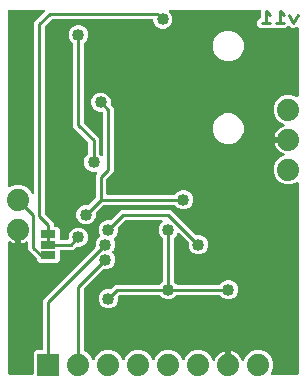
<source format=gbr>
G04 EAGLE Gerber RS-274X export*
G75*
%MOMM*%
%FSLAX34Y34*%
%LPD*%
%INBottom Copper*%
%IPPOS*%
%AMOC8*
5,1,8,0,0,1.08239X$1,22.5*%
G01*
%ADD10C,0.228600*%
%ADD11R,1.270000X0.635000*%
%ADD12R,1.879600X1.879600*%
%ADD13C,1.879600*%
%ADD14C,1.016000*%
%ADD15C,0.254000*%

G36*
X24502Y-8620D02*
X24502Y-8620D01*
X24621Y-8613D01*
X24659Y-8600D01*
X24700Y-8595D01*
X24810Y-8552D01*
X24923Y-8515D01*
X24958Y-8493D01*
X24995Y-8478D01*
X25091Y-8409D01*
X25192Y-8345D01*
X25220Y-8315D01*
X25253Y-8292D01*
X25329Y-8200D01*
X25410Y-8113D01*
X25430Y-8078D01*
X25455Y-8047D01*
X25506Y-7939D01*
X25564Y-7835D01*
X25574Y-7795D01*
X25591Y-7759D01*
X25613Y-7642D01*
X25643Y-7527D01*
X25647Y-7467D01*
X25651Y-7447D01*
X25649Y-7426D01*
X25653Y-7366D01*
X25653Y10661D01*
X27439Y12447D01*
X32512Y12447D01*
X32630Y12462D01*
X32749Y12469D01*
X32787Y12482D01*
X32828Y12487D01*
X32938Y12530D01*
X33051Y12567D01*
X33086Y12589D01*
X33123Y12604D01*
X33219Y12673D01*
X33320Y12737D01*
X33348Y12767D01*
X33381Y12790D01*
X33456Y12882D01*
X33538Y12969D01*
X33558Y13004D01*
X33583Y13035D01*
X33634Y13143D01*
X33692Y13247D01*
X33702Y13287D01*
X33719Y13323D01*
X33741Y13440D01*
X33771Y13555D01*
X33775Y13615D01*
X33779Y13635D01*
X33777Y13656D01*
X33781Y13716D01*
X33781Y55129D01*
X36683Y58030D01*
X77860Y99207D01*
X77920Y99285D01*
X77988Y99357D01*
X78017Y99410D01*
X78054Y99458D01*
X78094Y99549D01*
X78142Y99636D01*
X78157Y99695D01*
X78181Y99750D01*
X78196Y99848D01*
X78221Y99944D01*
X78227Y100044D01*
X78231Y100064D01*
X78229Y100077D01*
X78231Y100105D01*
X78231Y103217D01*
X79469Y106205D01*
X81688Y108423D01*
X81706Y108447D01*
X81728Y108466D01*
X81803Y108572D01*
X81883Y108675D01*
X81894Y108702D01*
X81911Y108726D01*
X81957Y108847D01*
X82009Y108967D01*
X82014Y108996D01*
X82024Y109023D01*
X82038Y109152D01*
X82059Y109281D01*
X82056Y109310D01*
X82059Y109339D01*
X82041Y109468D01*
X82029Y109597D01*
X82019Y109625D01*
X82015Y109654D01*
X81963Y109807D01*
X80771Y112683D01*
X80771Y115917D01*
X82009Y118905D01*
X84295Y121191D01*
X87283Y122429D01*
X90395Y122429D01*
X90494Y122441D01*
X90593Y122444D01*
X90651Y122461D01*
X90711Y122469D01*
X90803Y122505D01*
X90898Y122533D01*
X90950Y122563D01*
X91007Y122586D01*
X91087Y122644D01*
X91172Y122694D01*
X91247Y122760D01*
X91264Y122772D01*
X91272Y122782D01*
X91293Y122800D01*
X99811Y131319D01*
X141489Y131319D01*
X162707Y110100D01*
X162785Y110040D01*
X162858Y109972D01*
X162911Y109943D01*
X162958Y109906D01*
X163049Y109866D01*
X163136Y109818D01*
X163195Y109803D01*
X163250Y109779D01*
X163348Y109764D01*
X163444Y109739D01*
X163544Y109733D01*
X163564Y109729D01*
X163577Y109731D01*
X163605Y109729D01*
X166717Y109729D01*
X169705Y108491D01*
X171991Y106205D01*
X173229Y103217D01*
X173229Y99983D01*
X171991Y96995D01*
X169705Y94709D01*
X166717Y93471D01*
X163483Y93471D01*
X160495Y94709D01*
X158209Y96995D01*
X156971Y99983D01*
X156971Y103095D01*
X156959Y103194D01*
X156956Y103293D01*
X156939Y103351D01*
X156931Y103411D01*
X156895Y103503D01*
X156867Y103598D01*
X156837Y103650D01*
X156814Y103707D01*
X156756Y103787D01*
X156706Y103872D01*
X156640Y103947D01*
X156628Y103964D01*
X156618Y103972D01*
X156600Y103993D01*
X149196Y111397D01*
X149156Y111427D01*
X149123Y111464D01*
X149031Y111524D01*
X148944Y111592D01*
X148899Y111612D01*
X148857Y111639D01*
X148753Y111674D01*
X148652Y111718D01*
X148603Y111726D01*
X148556Y111742D01*
X148447Y111751D01*
X148338Y111768D01*
X148289Y111763D01*
X148239Y111767D01*
X148131Y111748D01*
X148022Y111738D01*
X147975Y111721D01*
X147926Y111713D01*
X147826Y111668D01*
X147722Y111631D01*
X147681Y111603D01*
X147636Y111582D01*
X147550Y111514D01*
X147459Y111452D01*
X147426Y111415D01*
X147388Y111384D01*
X147321Y111296D01*
X147249Y111214D01*
X147226Y111169D01*
X147196Y111130D01*
X147125Y110985D01*
X146591Y109695D01*
X144390Y107495D01*
X144330Y107416D01*
X144262Y107344D01*
X144233Y107291D01*
X144196Y107243D01*
X144156Y107152D01*
X144108Y107066D01*
X144093Y107007D01*
X144069Y106952D01*
X144054Y106854D01*
X144029Y106758D01*
X144023Y106658D01*
X144019Y106637D01*
X144021Y106625D01*
X144019Y106597D01*
X144019Y71203D01*
X144031Y71105D01*
X144034Y71006D01*
X144051Y70947D01*
X144059Y70887D01*
X144095Y70795D01*
X144123Y70700D01*
X144153Y70648D01*
X144176Y70592D01*
X144234Y70512D01*
X144284Y70426D01*
X144350Y70351D01*
X144362Y70334D01*
X144372Y70326D01*
X144390Y70305D01*
X146505Y68190D01*
X146584Y68130D01*
X146656Y68062D01*
X146709Y68033D01*
X146757Y67996D01*
X146848Y67956D01*
X146934Y67908D01*
X146993Y67893D01*
X147048Y67869D01*
X147146Y67854D01*
X147242Y67829D01*
X147342Y67823D01*
X147363Y67819D01*
X147375Y67821D01*
X147403Y67819D01*
X182797Y67819D01*
X182895Y67831D01*
X182994Y67834D01*
X183053Y67851D01*
X183113Y67859D01*
X183205Y67895D01*
X183300Y67923D01*
X183352Y67953D01*
X183408Y67976D01*
X183489Y68034D01*
X183574Y68084D01*
X183649Y68150D01*
X183666Y68162D01*
X183674Y68172D01*
X183695Y68190D01*
X185895Y70391D01*
X188883Y71629D01*
X192117Y71629D01*
X195105Y70391D01*
X197391Y68105D01*
X198629Y65117D01*
X198629Y61883D01*
X197391Y58895D01*
X195105Y56609D01*
X192117Y55371D01*
X188883Y55371D01*
X185895Y56609D01*
X183695Y58810D01*
X183616Y58870D01*
X183544Y58938D01*
X183491Y58967D01*
X183443Y59004D01*
X183352Y59044D01*
X183266Y59092D01*
X183207Y59107D01*
X183152Y59131D01*
X183054Y59146D01*
X182958Y59171D01*
X182858Y59177D01*
X182838Y59181D01*
X182825Y59179D01*
X182797Y59181D01*
X147403Y59181D01*
X147305Y59169D01*
X147206Y59166D01*
X147147Y59149D01*
X147087Y59141D01*
X146995Y59105D01*
X146900Y59077D01*
X146848Y59047D01*
X146792Y59024D01*
X146712Y58966D01*
X146626Y58916D01*
X146551Y58850D01*
X146534Y58838D01*
X146526Y58828D01*
X146505Y58810D01*
X144305Y56609D01*
X141317Y55371D01*
X138083Y55371D01*
X135095Y56609D01*
X132895Y58810D01*
X132816Y58870D01*
X132744Y58938D01*
X132691Y58967D01*
X132643Y59004D01*
X132552Y59044D01*
X132466Y59092D01*
X132407Y59107D01*
X132352Y59131D01*
X132254Y59146D01*
X132158Y59171D01*
X132058Y59177D01*
X132037Y59181D01*
X132025Y59179D01*
X131997Y59181D01*
X98685Y59181D01*
X98586Y59169D01*
X98487Y59166D01*
X98429Y59149D01*
X98369Y59141D01*
X98277Y59105D01*
X98182Y59077D01*
X98130Y59047D01*
X98073Y59024D01*
X97993Y58966D01*
X97908Y58916D01*
X97833Y58850D01*
X97816Y58838D01*
X97808Y58828D01*
X97787Y58810D01*
X97400Y58423D01*
X97340Y58345D01*
X97272Y58272D01*
X97243Y58219D01*
X97206Y58172D01*
X97166Y58081D01*
X97118Y57994D01*
X97103Y57935D01*
X97079Y57880D01*
X97064Y57782D01*
X97039Y57686D01*
X97033Y57586D01*
X97029Y57566D01*
X97031Y57553D01*
X97029Y57525D01*
X97029Y54413D01*
X95791Y51425D01*
X93505Y49139D01*
X90517Y47901D01*
X87283Y47901D01*
X84295Y49139D01*
X82009Y51425D01*
X80771Y54413D01*
X80771Y57647D01*
X82009Y60635D01*
X84295Y62921D01*
X87283Y64159D01*
X90395Y64159D01*
X90494Y64171D01*
X90593Y64174D01*
X90651Y64191D01*
X90711Y64199D01*
X90803Y64235D01*
X90898Y64263D01*
X90950Y64293D01*
X91007Y64316D01*
X91087Y64374D01*
X91172Y64424D01*
X91247Y64490D01*
X91264Y64502D01*
X91272Y64512D01*
X91293Y64530D01*
X94581Y67819D01*
X131997Y67819D01*
X132095Y67831D01*
X132194Y67834D01*
X132253Y67851D01*
X132313Y67859D01*
X132405Y67895D01*
X132500Y67923D01*
X132552Y67953D01*
X132608Y67976D01*
X132688Y68034D01*
X132774Y68084D01*
X132849Y68150D01*
X132866Y68162D01*
X132874Y68172D01*
X132895Y68190D01*
X135010Y70305D01*
X135070Y70384D01*
X135138Y70456D01*
X135167Y70509D01*
X135204Y70557D01*
X135244Y70648D01*
X135292Y70734D01*
X135307Y70793D01*
X135331Y70848D01*
X135346Y70946D01*
X135371Y71042D01*
X135377Y71142D01*
X135381Y71163D01*
X135379Y71175D01*
X135381Y71203D01*
X135381Y106597D01*
X135369Y106695D01*
X135366Y106794D01*
X135349Y106853D01*
X135341Y106913D01*
X135305Y107005D01*
X135277Y107100D01*
X135247Y107152D01*
X135224Y107208D01*
X135166Y107288D01*
X135116Y107374D01*
X135050Y107449D01*
X135038Y107466D01*
X135028Y107474D01*
X135010Y107495D01*
X132809Y109695D01*
X131571Y112683D01*
X131571Y115917D01*
X132809Y118905D01*
X134419Y120515D01*
X134504Y120624D01*
X134593Y120731D01*
X134601Y120750D01*
X134614Y120766D01*
X134669Y120894D01*
X134728Y121019D01*
X134732Y121039D01*
X134740Y121058D01*
X134762Y121196D01*
X134788Y121332D01*
X134787Y121352D01*
X134790Y121372D01*
X134777Y121511D01*
X134768Y121649D01*
X134762Y121668D01*
X134760Y121688D01*
X134713Y121820D01*
X134670Y121951D01*
X134659Y121969D01*
X134652Y121988D01*
X134574Y122103D01*
X134500Y122220D01*
X134485Y122234D01*
X134474Y122251D01*
X134370Y122343D01*
X134268Y122438D01*
X134251Y122448D01*
X134235Y122461D01*
X134111Y122525D01*
X133990Y122592D01*
X133970Y122597D01*
X133952Y122606D01*
X133816Y122636D01*
X133682Y122671D01*
X133654Y122673D01*
X133642Y122676D01*
X133621Y122675D01*
X133521Y122681D01*
X103915Y122681D01*
X103816Y122669D01*
X103717Y122666D01*
X103659Y122649D01*
X103599Y122641D01*
X103507Y122605D01*
X103412Y122577D01*
X103360Y122547D01*
X103303Y122524D01*
X103223Y122466D01*
X103138Y122416D01*
X103063Y122350D01*
X103046Y122338D01*
X103038Y122328D01*
X103017Y122310D01*
X97400Y116693D01*
X97340Y116615D01*
X97272Y116542D01*
X97243Y116489D01*
X97206Y116442D01*
X97166Y116351D01*
X97118Y116264D01*
X97103Y116205D01*
X97079Y116150D01*
X97064Y116052D01*
X97039Y115956D01*
X97033Y115856D01*
X97029Y115836D01*
X97031Y115823D01*
X97029Y115795D01*
X97029Y112683D01*
X95791Y109695D01*
X93572Y107477D01*
X93554Y107453D01*
X93532Y107434D01*
X93457Y107328D01*
X93377Y107225D01*
X93366Y107198D01*
X93349Y107174D01*
X93303Y107053D01*
X93251Y106933D01*
X93246Y106904D01*
X93236Y106877D01*
X93222Y106748D01*
X93201Y106619D01*
X93204Y106590D01*
X93201Y106561D01*
X93219Y106432D01*
X93231Y106303D01*
X93241Y106275D01*
X93245Y106246D01*
X93297Y106093D01*
X94489Y103217D01*
X94489Y99983D01*
X93251Y96995D01*
X92403Y96147D01*
X92330Y96053D01*
X92252Y95964D01*
X92233Y95928D01*
X92208Y95896D01*
X92161Y95787D01*
X92107Y95681D01*
X92098Y95642D01*
X92082Y95604D01*
X92063Y95487D01*
X92037Y95371D01*
X92038Y95330D01*
X92032Y95290D01*
X92043Y95172D01*
X92047Y95053D01*
X92058Y95014D01*
X92062Y94974D01*
X92102Y94862D01*
X92135Y94747D01*
X92156Y94712D01*
X92170Y94674D01*
X92236Y94576D01*
X92297Y94473D01*
X92337Y94428D01*
X92348Y94411D01*
X92363Y94398D01*
X92403Y94352D01*
X93251Y93505D01*
X94489Y90517D01*
X94489Y87283D01*
X93251Y84295D01*
X90965Y82009D01*
X87977Y80771D01*
X84865Y80771D01*
X84766Y80759D01*
X84667Y80756D01*
X84609Y80739D01*
X84549Y80731D01*
X84457Y80695D01*
X84362Y80667D01*
X84310Y80637D01*
X84253Y80614D01*
X84173Y80556D01*
X84088Y80506D01*
X84013Y80440D01*
X83996Y80428D01*
X83988Y80418D01*
X83967Y80400D01*
X68190Y64623D01*
X68130Y64545D01*
X68062Y64472D01*
X68033Y64419D01*
X67996Y64372D01*
X67956Y64281D01*
X67908Y64194D01*
X67893Y64135D01*
X67869Y64080D01*
X67854Y63982D01*
X67829Y63886D01*
X67824Y63806D01*
X67821Y63793D01*
X67822Y63782D01*
X67819Y63766D01*
X67821Y63753D01*
X67819Y63725D01*
X67819Y12531D01*
X67822Y12502D01*
X67820Y12473D01*
X67842Y12345D01*
X67859Y12216D01*
X67869Y12189D01*
X67874Y12159D01*
X67928Y12041D01*
X67976Y11920D01*
X67993Y11896D01*
X68005Y11869D01*
X68086Y11768D01*
X68162Y11663D01*
X68185Y11644D01*
X68204Y11621D01*
X68307Y11543D01*
X68407Y11460D01*
X68434Y11447D01*
X68458Y11430D01*
X68602Y11359D01*
X70550Y10552D01*
X74052Y7050D01*
X75027Y4695D01*
X75096Y4575D01*
X75161Y4452D01*
X75175Y4437D01*
X75185Y4419D01*
X75282Y4319D01*
X75375Y4216D01*
X75392Y4205D01*
X75406Y4191D01*
X75524Y4118D01*
X75641Y4042D01*
X75660Y4035D01*
X75677Y4024D01*
X75810Y3984D01*
X75942Y3938D01*
X75962Y3937D01*
X75981Y3931D01*
X76120Y3924D01*
X76259Y3913D01*
X76279Y3917D01*
X76299Y3916D01*
X76435Y3944D01*
X76572Y3968D01*
X76591Y3976D01*
X76610Y3980D01*
X76735Y4041D01*
X76862Y4098D01*
X76878Y4111D01*
X76896Y4120D01*
X77002Y4210D01*
X77110Y4297D01*
X77123Y4313D01*
X77138Y4326D01*
X77218Y4440D01*
X77302Y4551D01*
X77314Y4576D01*
X77321Y4586D01*
X77328Y4605D01*
X77373Y4695D01*
X78348Y7050D01*
X81850Y10552D01*
X86424Y12447D01*
X91376Y12447D01*
X95950Y10552D01*
X99452Y7050D01*
X100427Y4695D01*
X100496Y4575D01*
X100561Y4452D01*
X100575Y4437D01*
X100585Y4419D01*
X100682Y4319D01*
X100775Y4216D01*
X100792Y4205D01*
X100806Y4191D01*
X100924Y4118D01*
X101041Y4042D01*
X101060Y4035D01*
X101077Y4024D01*
X101210Y3984D01*
X101342Y3938D01*
X101362Y3937D01*
X101381Y3931D01*
X101520Y3924D01*
X101659Y3913D01*
X101679Y3917D01*
X101699Y3916D01*
X101835Y3944D01*
X101972Y3968D01*
X101991Y3976D01*
X102010Y3980D01*
X102135Y4041D01*
X102262Y4098D01*
X102278Y4111D01*
X102296Y4120D01*
X102402Y4210D01*
X102510Y4297D01*
X102523Y4313D01*
X102538Y4326D01*
X102618Y4440D01*
X102702Y4551D01*
X102714Y4576D01*
X102721Y4586D01*
X102728Y4605D01*
X102773Y4695D01*
X103748Y7050D01*
X107250Y10552D01*
X111824Y12447D01*
X116776Y12447D01*
X121350Y10552D01*
X124852Y7050D01*
X125827Y4695D01*
X125896Y4575D01*
X125961Y4452D01*
X125975Y4437D01*
X125985Y4419D01*
X126082Y4319D01*
X126175Y4216D01*
X126192Y4205D01*
X126206Y4191D01*
X126324Y4118D01*
X126441Y4042D01*
X126460Y4035D01*
X126477Y4024D01*
X126610Y3984D01*
X126742Y3938D01*
X126762Y3937D01*
X126781Y3931D01*
X126920Y3924D01*
X127059Y3913D01*
X127079Y3917D01*
X127099Y3916D01*
X127235Y3944D01*
X127372Y3968D01*
X127391Y3976D01*
X127410Y3980D01*
X127535Y4041D01*
X127662Y4098D01*
X127678Y4111D01*
X127696Y4120D01*
X127802Y4210D01*
X127910Y4297D01*
X127923Y4313D01*
X127938Y4326D01*
X128018Y4440D01*
X128102Y4551D01*
X128114Y4576D01*
X128121Y4586D01*
X128128Y4605D01*
X128173Y4695D01*
X129148Y7050D01*
X132650Y10552D01*
X137224Y12447D01*
X142176Y12447D01*
X146750Y10552D01*
X150252Y7050D01*
X151227Y4695D01*
X151296Y4575D01*
X151361Y4452D01*
X151375Y4437D01*
X151385Y4419D01*
X151482Y4319D01*
X151575Y4216D01*
X151592Y4205D01*
X151606Y4191D01*
X151724Y4118D01*
X151841Y4042D01*
X151860Y4035D01*
X151877Y4024D01*
X152010Y3984D01*
X152142Y3938D01*
X152162Y3937D01*
X152181Y3931D01*
X152320Y3924D01*
X152459Y3913D01*
X152479Y3917D01*
X152499Y3916D01*
X152635Y3944D01*
X152772Y3968D01*
X152791Y3976D01*
X152810Y3980D01*
X152935Y4041D01*
X153062Y4098D01*
X153078Y4111D01*
X153096Y4120D01*
X153202Y4210D01*
X153310Y4297D01*
X153323Y4313D01*
X153338Y4326D01*
X153418Y4440D01*
X153502Y4551D01*
X153514Y4576D01*
X153521Y4586D01*
X153528Y4605D01*
X153573Y4695D01*
X154548Y7050D01*
X158050Y10552D01*
X162624Y12447D01*
X167576Y12447D01*
X172150Y10552D01*
X175652Y7050D01*
X176905Y4025D01*
X176920Y3999D01*
X176929Y3970D01*
X176999Y3861D01*
X177063Y3748D01*
X177084Y3727D01*
X177100Y3702D01*
X177194Y3613D01*
X177284Y3520D01*
X177310Y3504D01*
X177331Y3484D01*
X177445Y3421D01*
X177555Y3354D01*
X177584Y3345D01*
X177610Y3331D01*
X177735Y3298D01*
X177859Y3260D01*
X177889Y3259D01*
X177918Y3251D01*
X178048Y3251D01*
X178177Y3245D01*
X178206Y3251D01*
X178236Y3251D01*
X178361Y3283D01*
X178488Y3309D01*
X178515Y3322D01*
X178544Y3330D01*
X178657Y3392D01*
X178774Y3449D01*
X178797Y3468D01*
X178823Y3483D01*
X178917Y3571D01*
X179016Y3655D01*
X179033Y3680D01*
X179055Y3700D01*
X179124Y3809D01*
X179199Y3915D01*
X179210Y3943D01*
X179226Y3969D01*
X179285Y4118D01*
X179436Y4583D01*
X180289Y6257D01*
X181394Y7778D01*
X182722Y9106D01*
X184243Y10211D01*
X185917Y11064D01*
X187704Y11645D01*
X187961Y11685D01*
X187961Y1270D01*
X187976Y1152D01*
X187983Y1033D01*
X187996Y995D01*
X188001Y955D01*
X188044Y844D01*
X188081Y731D01*
X188103Y697D01*
X188118Y659D01*
X188188Y563D01*
X188251Y462D01*
X188281Y434D01*
X188304Y402D01*
X188396Y326D01*
X188483Y244D01*
X188518Y225D01*
X188549Y199D01*
X188657Y148D01*
X188761Y91D01*
X188801Y80D01*
X188837Y63D01*
X188954Y41D01*
X189069Y11D01*
X189130Y7D01*
X189150Y3D01*
X189170Y5D01*
X189230Y1D01*
X191770Y1D01*
X191888Y16D01*
X192007Y23D01*
X192045Y36D01*
X192085Y41D01*
X192196Y85D01*
X192309Y121D01*
X192344Y143D01*
X192381Y158D01*
X192477Y228D01*
X192578Y291D01*
X192606Y321D01*
X192639Y345D01*
X192714Y436D01*
X192796Y523D01*
X192816Y558D01*
X192841Y590D01*
X192892Y697D01*
X192950Y802D01*
X192960Y841D01*
X192977Y877D01*
X192999Y994D01*
X193029Y1109D01*
X193033Y1170D01*
X193037Y1190D01*
X193035Y1210D01*
X193039Y1270D01*
X193039Y11685D01*
X193296Y11645D01*
X195083Y11064D01*
X196757Y10211D01*
X198278Y9106D01*
X199606Y7778D01*
X200711Y6257D01*
X201564Y4583D01*
X201715Y4118D01*
X201728Y4091D01*
X201735Y4062D01*
X201795Y3948D01*
X201850Y3830D01*
X201869Y3807D01*
X201883Y3781D01*
X201970Y3685D01*
X202053Y3585D01*
X202077Y3568D01*
X202097Y3546D01*
X202206Y3474D01*
X202310Y3398D01*
X202338Y3387D01*
X202363Y3371D01*
X202486Y3329D01*
X202606Y3281D01*
X202636Y3277D01*
X202664Y3268D01*
X202793Y3257D01*
X202921Y3241D01*
X202951Y3245D01*
X202981Y3242D01*
X203109Y3265D01*
X203237Y3281D01*
X203265Y3292D01*
X203294Y3297D01*
X203412Y3350D01*
X203533Y3398D01*
X203557Y3415D01*
X203584Y3427D01*
X203685Y3508D01*
X203790Y3584D01*
X203809Y3607D01*
X203833Y3626D01*
X203911Y3730D01*
X203993Y3829D01*
X204006Y3856D01*
X204024Y3880D01*
X204095Y4025D01*
X205348Y7050D01*
X208850Y10552D01*
X213424Y12447D01*
X218376Y12447D01*
X222950Y10552D01*
X226452Y7050D01*
X228347Y2476D01*
X228347Y-2476D01*
X226522Y-6880D01*
X226509Y-6928D01*
X226488Y-6973D01*
X226467Y-7081D01*
X226438Y-7187D01*
X226438Y-7237D01*
X226428Y-7286D01*
X226435Y-7395D01*
X226433Y-7505D01*
X226445Y-7553D01*
X226448Y-7603D01*
X226482Y-7707D01*
X226507Y-7814D01*
X226531Y-7858D01*
X226546Y-7905D01*
X226605Y-7998D01*
X226656Y-8095D01*
X226690Y-8132D01*
X226716Y-8174D01*
X226796Y-8249D01*
X226870Y-8331D01*
X226912Y-8358D01*
X226948Y-8392D01*
X227044Y-8445D01*
X227136Y-8505D01*
X227183Y-8522D01*
X227226Y-8546D01*
X227333Y-8573D01*
X227437Y-8609D01*
X227486Y-8613D01*
X227534Y-8625D01*
X227695Y-8635D01*
X248666Y-8635D01*
X248784Y-8620D01*
X248903Y-8613D01*
X248941Y-8600D01*
X248982Y-8595D01*
X249092Y-8552D01*
X249205Y-8515D01*
X249240Y-8493D01*
X249277Y-8478D01*
X249373Y-8409D01*
X249474Y-8345D01*
X249502Y-8315D01*
X249535Y-8292D01*
X249611Y-8200D01*
X249692Y-8113D01*
X249712Y-8078D01*
X249737Y-8047D01*
X249788Y-7939D01*
X249846Y-7835D01*
X249856Y-7795D01*
X249873Y-7759D01*
X249895Y-7642D01*
X249925Y-7527D01*
X249929Y-7467D01*
X249933Y-7447D01*
X249931Y-7426D01*
X249935Y-7366D01*
X249935Y153305D01*
X249929Y153354D01*
X249931Y153404D01*
X249909Y153511D01*
X249895Y153621D01*
X249877Y153667D01*
X249867Y153715D01*
X249819Y153814D01*
X249778Y153916D01*
X249749Y153956D01*
X249727Y154001D01*
X249656Y154085D01*
X249592Y154174D01*
X249553Y154205D01*
X249521Y154243D01*
X249431Y154306D01*
X249347Y154376D01*
X249302Y154398D01*
X249261Y154426D01*
X249158Y154465D01*
X249059Y154512D01*
X249010Y154521D01*
X248964Y154539D01*
X248854Y154551D01*
X248747Y154572D01*
X248697Y154569D01*
X248648Y154574D01*
X248539Y154559D01*
X248429Y154552D01*
X248382Y154537D01*
X248333Y154530D01*
X248180Y154478D01*
X243776Y152653D01*
X238824Y152653D01*
X234250Y154548D01*
X230748Y158050D01*
X228853Y162624D01*
X228853Y167576D01*
X230748Y172150D01*
X234250Y175652D01*
X237275Y176905D01*
X237301Y176920D01*
X237330Y176929D01*
X237439Y176999D01*
X237552Y177063D01*
X237573Y177084D01*
X237598Y177099D01*
X237687Y177194D01*
X237780Y177284D01*
X237796Y177309D01*
X237816Y177331D01*
X237879Y177445D01*
X237946Y177555D01*
X237955Y177584D01*
X237969Y177610D01*
X238002Y177735D01*
X238040Y177859D01*
X238041Y177889D01*
X238049Y177918D01*
X238049Y178047D01*
X238055Y178177D01*
X238049Y178206D01*
X238049Y178236D01*
X238017Y178361D01*
X237991Y178488D01*
X237978Y178515D01*
X237970Y178544D01*
X237908Y178657D01*
X237851Y178774D01*
X237832Y178797D01*
X237817Y178823D01*
X237729Y178917D01*
X237645Y179016D01*
X237620Y179033D01*
X237600Y179055D01*
X237491Y179124D01*
X237385Y179199D01*
X237357Y179210D01*
X237332Y179226D01*
X237182Y179285D01*
X236717Y179436D01*
X235043Y180289D01*
X233522Y181394D01*
X232194Y182722D01*
X231089Y184243D01*
X230236Y185917D01*
X229655Y187704D01*
X229615Y187961D01*
X240030Y187961D01*
X240148Y187976D01*
X240267Y187983D01*
X240305Y187996D01*
X240345Y188001D01*
X240456Y188044D01*
X240569Y188081D01*
X240603Y188103D01*
X240641Y188118D01*
X240737Y188188D01*
X240838Y188251D01*
X240866Y188281D01*
X240898Y188304D01*
X240974Y188396D01*
X241056Y188483D01*
X241075Y188518D01*
X241101Y188549D01*
X241152Y188657D01*
X241209Y188761D01*
X241220Y188801D01*
X241237Y188837D01*
X241259Y188954D01*
X241289Y189069D01*
X241293Y189130D01*
X241297Y189150D01*
X241295Y189170D01*
X241299Y189230D01*
X241299Y191770D01*
X241284Y191888D01*
X241277Y192007D01*
X241264Y192045D01*
X241259Y192085D01*
X241215Y192196D01*
X241179Y192309D01*
X241157Y192344D01*
X241142Y192381D01*
X241072Y192477D01*
X241009Y192578D01*
X240979Y192606D01*
X240955Y192639D01*
X240864Y192714D01*
X240777Y192796D01*
X240742Y192816D01*
X240710Y192841D01*
X240603Y192892D01*
X240498Y192950D01*
X240459Y192960D01*
X240423Y192977D01*
X240306Y192999D01*
X240191Y193029D01*
X240130Y193033D01*
X240110Y193037D01*
X240090Y193035D01*
X240030Y193039D01*
X229615Y193039D01*
X229655Y193296D01*
X230236Y195083D01*
X231089Y196757D01*
X232194Y198278D01*
X233522Y199606D01*
X235043Y200711D01*
X236717Y201564D01*
X237182Y201715D01*
X237209Y201728D01*
X237238Y201735D01*
X237352Y201795D01*
X237470Y201850D01*
X237493Y201869D01*
X237519Y201883D01*
X237615Y201970D01*
X237715Y202053D01*
X237732Y202077D01*
X237754Y202097D01*
X237826Y202206D01*
X237902Y202310D01*
X237913Y202338D01*
X237929Y202363D01*
X237971Y202486D01*
X238019Y202606D01*
X238023Y202636D01*
X238032Y202664D01*
X238043Y202793D01*
X238059Y202921D01*
X238055Y202951D01*
X238058Y202981D01*
X238035Y203109D01*
X238019Y203237D01*
X238008Y203265D01*
X238003Y203294D01*
X237950Y203412D01*
X237902Y203533D01*
X237885Y203557D01*
X237873Y203584D01*
X237792Y203685D01*
X237716Y203790D01*
X237693Y203809D01*
X237674Y203833D01*
X237570Y203911D01*
X237471Y203993D01*
X237444Y204006D01*
X237420Y204024D01*
X237275Y204095D01*
X234250Y205348D01*
X230748Y208850D01*
X228853Y213424D01*
X228853Y218376D01*
X230748Y222950D01*
X234250Y226452D01*
X238824Y228347D01*
X243776Y228347D01*
X248180Y226522D01*
X248228Y226509D01*
X248273Y226488D01*
X248381Y226467D01*
X248487Y226438D01*
X248537Y226438D01*
X248586Y226428D01*
X248695Y226435D01*
X248805Y226433D01*
X248853Y226445D01*
X248903Y226448D01*
X249007Y226482D01*
X249114Y226507D01*
X249158Y226531D01*
X249205Y226546D01*
X249298Y226605D01*
X249395Y226656D01*
X249432Y226690D01*
X249474Y226716D01*
X249549Y226796D01*
X249631Y226870D01*
X249658Y226912D01*
X249692Y226948D01*
X249745Y227044D01*
X249805Y227136D01*
X249822Y227183D01*
X249846Y227226D01*
X249873Y227333D01*
X249909Y227437D01*
X249913Y227486D01*
X249925Y227534D01*
X249935Y227695D01*
X249935Y284708D01*
X249935Y284712D01*
X249935Y284717D01*
X249915Y284871D01*
X249895Y285023D01*
X249894Y285027D01*
X249893Y285032D01*
X249835Y285175D01*
X249778Y285319D01*
X249776Y285323D01*
X249774Y285327D01*
X249682Y285452D01*
X249592Y285576D01*
X249588Y285579D01*
X249585Y285583D01*
X249466Y285680D01*
X249347Y285779D01*
X249342Y285781D01*
X249339Y285784D01*
X249198Y285849D01*
X249059Y285915D01*
X249054Y285915D01*
X249050Y285917D01*
X248899Y285945D01*
X248747Y285974D01*
X248742Y285974D01*
X248738Y285975D01*
X248582Y285964D01*
X248429Y285955D01*
X248425Y285953D01*
X248420Y285953D01*
X248265Y285912D01*
X247267Y285579D01*
X247258Y285575D01*
X247249Y285573D01*
X247100Y285510D01*
X245881Y284900D01*
X245809Y284914D01*
X245662Y284943D01*
X245653Y284942D01*
X245644Y284944D01*
X245496Y284934D01*
X245345Y284925D01*
X245336Y284922D01*
X245327Y284922D01*
X245258Y284904D01*
X244045Y285510D01*
X244036Y285513D01*
X244028Y285519D01*
X243879Y285579D01*
X242585Y286010D01*
X242545Y286069D01*
X242461Y286195D01*
X242454Y286201D01*
X242449Y286208D01*
X242336Y286306D01*
X242224Y286407D01*
X242216Y286411D01*
X242209Y286417D01*
X242070Y286498D01*
X241739Y286663D01*
X241668Y286688D01*
X241602Y286722D01*
X241519Y286741D01*
X241439Y286769D01*
X241365Y286775D01*
X241292Y286792D01*
X241207Y286789D01*
X241122Y286796D01*
X241049Y286784D01*
X240974Y286782D01*
X240892Y286758D01*
X240808Y286744D01*
X240740Y286714D01*
X240668Y286694D01*
X240595Y286650D01*
X240517Y286616D01*
X240459Y286570D01*
X240395Y286532D01*
X240274Y286426D01*
X239089Y285241D01*
X228532Y285241D01*
X228463Y285277D01*
X228423Y285285D01*
X228386Y285301D01*
X228269Y285320D01*
X228152Y285346D01*
X228112Y285345D01*
X228072Y285351D01*
X227954Y285340D01*
X227835Y285337D01*
X227796Y285325D01*
X227756Y285322D01*
X227643Y285281D01*
X227529Y285248D01*
X227517Y285241D01*
X216974Y285241D01*
X214519Y287697D01*
X214519Y291169D01*
X217010Y293661D01*
X217039Y293665D01*
X217150Y293708D01*
X217263Y293745D01*
X217297Y293767D01*
X217335Y293782D01*
X217431Y293851D01*
X217532Y293915D01*
X217560Y293945D01*
X217592Y293968D01*
X217668Y294060D01*
X217750Y294147D01*
X217769Y294182D01*
X217795Y294213D01*
X217846Y294321D01*
X217903Y294425D01*
X217913Y294465D01*
X217931Y294501D01*
X217953Y294618D01*
X217983Y294733D01*
X217987Y294793D01*
X217990Y294813D01*
X217989Y294834D01*
X217993Y294894D01*
X217993Y299466D01*
X217978Y299584D01*
X217971Y299703D01*
X217958Y299741D01*
X217953Y299782D01*
X217909Y299892D01*
X217873Y300005D01*
X217851Y300040D01*
X217836Y300077D01*
X217766Y300173D01*
X217703Y300274D01*
X217673Y300302D01*
X217649Y300335D01*
X217558Y300411D01*
X217471Y300492D01*
X217436Y300512D01*
X217404Y300537D01*
X217297Y300588D01*
X217192Y300646D01*
X217153Y300656D01*
X217117Y300673D01*
X217000Y300695D01*
X216884Y300725D01*
X216824Y300729D01*
X216804Y300733D01*
X216784Y300731D01*
X216724Y300735D01*
X141345Y300735D01*
X141207Y300718D01*
X141068Y300705D01*
X141049Y300698D01*
X141029Y300695D01*
X140900Y300644D01*
X140769Y300597D01*
X140752Y300586D01*
X140734Y300578D01*
X140621Y300497D01*
X140506Y300419D01*
X140493Y300403D01*
X140476Y300392D01*
X140387Y300284D01*
X140295Y300180D01*
X140286Y300162D01*
X140273Y300147D01*
X140214Y300021D01*
X140151Y299897D01*
X140146Y299877D01*
X140138Y299859D01*
X140112Y299722D01*
X140081Y299587D01*
X140082Y299566D01*
X140078Y299547D01*
X140087Y299408D01*
X140091Y299269D01*
X140097Y299249D01*
X140098Y299229D01*
X140141Y299097D01*
X140179Y298963D01*
X140190Y298946D01*
X140196Y298927D01*
X140270Y298809D01*
X140341Y298689D01*
X140359Y298668D01*
X140366Y298658D01*
X140381Y298644D01*
X140447Y298569D01*
X141911Y297105D01*
X143149Y294117D01*
X143149Y290883D01*
X141911Y287895D01*
X139625Y285609D01*
X136637Y284371D01*
X133403Y284371D01*
X130415Y285609D01*
X128129Y287895D01*
X126891Y290883D01*
X126891Y291592D01*
X126876Y291710D01*
X126869Y291829D01*
X126856Y291867D01*
X126851Y291908D01*
X126808Y292018D01*
X126771Y292131D01*
X126749Y292166D01*
X126734Y292203D01*
X126665Y292299D01*
X126601Y292400D01*
X126571Y292428D01*
X126548Y292461D01*
X126456Y292537D01*
X126369Y292618D01*
X126334Y292638D01*
X126303Y292663D01*
X126195Y292714D01*
X126091Y292772D01*
X126051Y292782D01*
X126015Y292799D01*
X125898Y292821D01*
X125783Y292851D01*
X125723Y292855D01*
X125703Y292859D01*
X125682Y292857D01*
X125622Y292861D01*
X41685Y292861D01*
X41586Y292849D01*
X41487Y292846D01*
X41429Y292829D01*
X41369Y292821D01*
X41277Y292785D01*
X41182Y292757D01*
X41130Y292727D01*
X41073Y292704D01*
X40993Y292646D01*
X40908Y292596D01*
X40833Y292530D01*
X40816Y292518D01*
X40808Y292508D01*
X40787Y292490D01*
X35170Y286873D01*
X35110Y286795D01*
X35042Y286722D01*
X35013Y286669D01*
X34976Y286622D01*
X34936Y286531D01*
X34888Y286444D01*
X34873Y286385D01*
X34849Y286330D01*
X34834Y286232D01*
X34809Y286136D01*
X34803Y286036D01*
X34799Y286016D01*
X34801Y286003D01*
X34799Y285975D01*
X34799Y128045D01*
X34811Y127946D01*
X34814Y127847D01*
X34831Y127789D01*
X34839Y127729D01*
X34875Y127637D01*
X34903Y127542D01*
X34933Y127490D01*
X34956Y127433D01*
X35014Y127353D01*
X35064Y127268D01*
X35130Y127193D01*
X35142Y127176D01*
X35152Y127168D01*
X35170Y127147D01*
X42419Y119899D01*
X42419Y117983D01*
X42434Y117865D01*
X42441Y117746D01*
X42454Y117708D01*
X42459Y117667D01*
X42502Y117557D01*
X42539Y117444D01*
X42561Y117409D01*
X42576Y117372D01*
X42645Y117276D01*
X42709Y117175D01*
X42739Y117147D01*
X42762Y117114D01*
X42854Y117038D01*
X42941Y116957D01*
X42976Y116937D01*
X43007Y116912D01*
X43115Y116861D01*
X43219Y116803D01*
X43259Y116793D01*
X43295Y116776D01*
X43412Y116754D01*
X43527Y116724D01*
X43587Y116720D01*
X43607Y116716D01*
X43628Y116718D01*
X43688Y116714D01*
X45713Y116714D01*
X47499Y114928D01*
X47499Y107188D01*
X47514Y107070D01*
X47521Y106951D01*
X47534Y106913D01*
X47539Y106872D01*
X47582Y106762D01*
X47619Y106649D01*
X47641Y106614D01*
X47656Y106577D01*
X47725Y106481D01*
X47789Y106380D01*
X47819Y106352D01*
X47842Y106319D01*
X47934Y106243D01*
X48021Y106162D01*
X48056Y106142D01*
X48087Y106117D01*
X48195Y106066D01*
X48299Y106008D01*
X48339Y105998D01*
X48375Y105981D01*
X48492Y105959D01*
X48607Y105929D01*
X48667Y105925D01*
X48687Y105921D01*
X48708Y105923D01*
X48768Y105919D01*
X54102Y105919D01*
X54220Y105934D01*
X54339Y105941D01*
X54377Y105954D01*
X54418Y105959D01*
X54528Y106002D01*
X54641Y106039D01*
X54676Y106061D01*
X54713Y106076D01*
X54809Y106145D01*
X54910Y106209D01*
X54938Y106239D01*
X54971Y106262D01*
X55047Y106354D01*
X55128Y106441D01*
X55148Y106476D01*
X55173Y106507D01*
X55224Y106615D01*
X55282Y106719D01*
X55292Y106759D01*
X55309Y106795D01*
X55331Y106912D01*
X55361Y107027D01*
X55365Y107087D01*
X55369Y107107D01*
X55367Y107128D01*
X55371Y107188D01*
X55371Y109567D01*
X56609Y112555D01*
X58895Y114841D01*
X61883Y116079D01*
X65117Y116079D01*
X68105Y114841D01*
X70391Y112555D01*
X71629Y109567D01*
X71629Y106333D01*
X70391Y103345D01*
X68105Y101059D01*
X65117Y99821D01*
X62005Y99821D01*
X61906Y99809D01*
X61807Y99806D01*
X61749Y99789D01*
X61689Y99781D01*
X61597Y99745D01*
X61502Y99717D01*
X61450Y99687D01*
X61393Y99664D01*
X61313Y99606D01*
X61228Y99556D01*
X61153Y99490D01*
X61136Y99478D01*
X61128Y99468D01*
X61107Y99450D01*
X58939Y97281D01*
X48768Y97281D01*
X48650Y97266D01*
X48531Y97259D01*
X48493Y97246D01*
X48452Y97241D01*
X48342Y97198D01*
X48229Y97161D01*
X48194Y97139D01*
X48157Y97124D01*
X48061Y97055D01*
X47960Y96991D01*
X47932Y96961D01*
X47899Y96938D01*
X47823Y96846D01*
X47742Y96759D01*
X47722Y96724D01*
X47697Y96693D01*
X47646Y96585D01*
X47588Y96481D01*
X47578Y96441D01*
X47561Y96405D01*
X47539Y96288D01*
X47509Y96173D01*
X47505Y96113D01*
X47501Y96093D01*
X47503Y96072D01*
X47499Y96012D01*
X47499Y88272D01*
X45713Y86486D01*
X30487Y86486D01*
X28701Y88272D01*
X28701Y89125D01*
X28689Y89224D01*
X28686Y89323D01*
X28669Y89381D01*
X28661Y89441D01*
X28625Y89533D01*
X28597Y89628D01*
X28567Y89680D01*
X28544Y89737D01*
X28486Y89817D01*
X28436Y89902D01*
X28370Y89977D01*
X28358Y89994D01*
X28348Y90002D01*
X28330Y90023D01*
X21081Y97271D01*
X21081Y103141D01*
X21076Y103181D01*
X21079Y103221D01*
X21056Y103338D01*
X21041Y103457D01*
X21027Y103494D01*
X21019Y103533D01*
X20968Y103641D01*
X20924Y103752D01*
X20901Y103785D01*
X20884Y103821D01*
X20808Y103913D01*
X20738Y104010D01*
X20707Y104035D01*
X20681Y104066D01*
X20585Y104136D01*
X20493Y104213D01*
X20456Y104230D01*
X20424Y104253D01*
X20313Y104297D01*
X20205Y104348D01*
X20166Y104356D01*
X20129Y104370D01*
X20010Y104385D01*
X19893Y104408D01*
X19853Y104405D01*
X19813Y104410D01*
X19694Y104396D01*
X19575Y104388D01*
X19537Y104376D01*
X19498Y104371D01*
X19386Y104327D01*
X19273Y104290D01*
X19239Y104269D01*
X19202Y104254D01*
X19066Y104168D01*
X18957Y104089D01*
X17283Y103236D01*
X15496Y102655D01*
X15239Y102615D01*
X15239Y113030D01*
X15224Y113148D01*
X15217Y113267D01*
X15204Y113305D01*
X15199Y113345D01*
X15156Y113456D01*
X15119Y113569D01*
X15097Y113603D01*
X15082Y113641D01*
X15012Y113737D01*
X14949Y113838D01*
X14919Y113866D01*
X14895Y113898D01*
X14804Y113974D01*
X14717Y114056D01*
X14682Y114075D01*
X14651Y114101D01*
X14543Y114152D01*
X14439Y114209D01*
X14399Y114220D01*
X14363Y114237D01*
X14246Y114259D01*
X14131Y114289D01*
X14070Y114293D01*
X14050Y114297D01*
X14030Y114295D01*
X13970Y114299D01*
X11430Y114299D01*
X11312Y114284D01*
X11193Y114277D01*
X11155Y114264D01*
X11114Y114259D01*
X11004Y114215D01*
X10891Y114179D01*
X10856Y114157D01*
X10819Y114142D01*
X10723Y114072D01*
X10622Y114009D01*
X10594Y113979D01*
X10561Y113955D01*
X10486Y113864D01*
X10404Y113777D01*
X10384Y113742D01*
X10359Y113710D01*
X10308Y113603D01*
X10250Y113498D01*
X10240Y113459D01*
X10223Y113423D01*
X10201Y113306D01*
X10171Y113191D01*
X10167Y113130D01*
X10163Y113110D01*
X10165Y113090D01*
X10161Y113030D01*
X10161Y102615D01*
X9904Y102655D01*
X8117Y103236D01*
X6443Y104089D01*
X6080Y104353D01*
X6045Y104372D01*
X6015Y104397D01*
X5906Y104448D01*
X5801Y104506D01*
X5763Y104516D01*
X5727Y104533D01*
X5609Y104555D01*
X5493Y104585D01*
X5454Y104585D01*
X5414Y104592D01*
X5295Y104585D01*
X5175Y104585D01*
X5137Y104575D01*
X5097Y104573D01*
X4983Y104536D01*
X4867Y104506D01*
X4832Y104487D01*
X4795Y104475D01*
X4694Y104411D01*
X4589Y104353D01*
X4559Y104326D01*
X4526Y104305D01*
X4444Y104217D01*
X4357Y104135D01*
X4335Y104102D01*
X4308Y104073D01*
X4250Y103968D01*
X4186Y103867D01*
X4174Y103829D01*
X4154Y103794D01*
X4125Y103679D01*
X4087Y103565D01*
X4085Y103525D01*
X4075Y103486D01*
X4065Y103326D01*
X4065Y-7366D01*
X4080Y-7484D01*
X4087Y-7603D01*
X4100Y-7641D01*
X4105Y-7682D01*
X4148Y-7792D01*
X4185Y-7905D01*
X4207Y-7940D01*
X4222Y-7977D01*
X4291Y-8073D01*
X4355Y-8174D01*
X4385Y-8202D01*
X4408Y-8235D01*
X4500Y-8311D01*
X4587Y-8392D01*
X4622Y-8412D01*
X4653Y-8437D01*
X4761Y-8488D01*
X4865Y-8546D01*
X4905Y-8556D01*
X4941Y-8573D01*
X5058Y-8595D01*
X5173Y-8625D01*
X5233Y-8629D01*
X5253Y-8633D01*
X5274Y-8631D01*
X5334Y-8635D01*
X24384Y-8635D01*
X24502Y-8620D01*
G37*
G36*
X24901Y144846D02*
X24901Y144846D01*
X24991Y144842D01*
X25059Y144856D01*
X25129Y144860D01*
X25214Y144888D01*
X25302Y144906D01*
X25365Y144937D01*
X25431Y144959D01*
X25507Y145007D01*
X25588Y145046D01*
X25641Y145091D01*
X25700Y145129D01*
X25762Y145194D01*
X25830Y145252D01*
X25870Y145309D01*
X25918Y145360D01*
X25961Y145439D01*
X26013Y145512D01*
X26038Y145578D01*
X26072Y145639D01*
X26094Y145726D01*
X26126Y145810D01*
X26134Y145879D01*
X26151Y145947D01*
X26161Y146107D01*
X26161Y290079D01*
X34651Y298569D01*
X34736Y298678D01*
X34825Y298785D01*
X34833Y298804D01*
X34846Y298820D01*
X34901Y298948D01*
X34960Y299073D01*
X34964Y299093D01*
X34972Y299112D01*
X34994Y299250D01*
X35020Y299386D01*
X35019Y299406D01*
X35022Y299426D01*
X35009Y299565D01*
X35000Y299703D01*
X34994Y299722D01*
X34992Y299742D01*
X34945Y299874D01*
X34902Y300005D01*
X34892Y300023D01*
X34885Y300042D01*
X34807Y300157D01*
X34732Y300274D01*
X34717Y300288D01*
X34706Y300305D01*
X34602Y300397D01*
X34501Y300492D01*
X34483Y300502D01*
X34468Y300515D01*
X34344Y300579D01*
X34222Y300646D01*
X34202Y300651D01*
X34184Y300660D01*
X34049Y300690D01*
X33914Y300725D01*
X33886Y300727D01*
X33874Y300730D01*
X33854Y300729D01*
X33753Y300735D01*
X5334Y300735D01*
X5216Y300720D01*
X5097Y300713D01*
X5059Y300700D01*
X5018Y300695D01*
X4908Y300652D01*
X4795Y300615D01*
X4760Y300593D01*
X4723Y300578D01*
X4627Y300509D01*
X4526Y300445D01*
X4498Y300415D01*
X4465Y300392D01*
X4389Y300300D01*
X4308Y300213D01*
X4288Y300178D01*
X4263Y300147D01*
X4212Y300039D01*
X4154Y299935D01*
X4144Y299895D01*
X4127Y299859D01*
X4105Y299742D01*
X4075Y299627D01*
X4071Y299567D01*
X4067Y299547D01*
X4069Y299526D01*
X4065Y299466D01*
X4065Y151495D01*
X4071Y151446D01*
X4069Y151396D01*
X4091Y151289D01*
X4105Y151179D01*
X4123Y151133D01*
X4133Y151085D01*
X4181Y150986D01*
X4222Y150884D01*
X4251Y150844D01*
X4273Y150799D01*
X4344Y150715D01*
X4408Y150626D01*
X4447Y150595D01*
X4479Y150557D01*
X4569Y150494D01*
X4653Y150424D01*
X4698Y150402D01*
X4739Y150374D01*
X4842Y150335D01*
X4941Y150288D01*
X4990Y150279D01*
X5036Y150261D01*
X5146Y150249D01*
X5253Y150228D01*
X5303Y150231D01*
X5352Y150226D01*
X5461Y150241D01*
X5571Y150248D01*
X5618Y150263D01*
X5667Y150270D01*
X5820Y150322D01*
X10224Y152147D01*
X15176Y152147D01*
X19750Y150252D01*
X23252Y146751D01*
X23719Y145622D01*
X23754Y145561D01*
X23780Y145496D01*
X23832Y145424D01*
X23877Y145345D01*
X23925Y145295D01*
X23966Y145239D01*
X24036Y145182D01*
X24098Y145117D01*
X24158Y145081D01*
X24211Y145036D01*
X24293Y144998D01*
X24369Y144951D01*
X24436Y144930D01*
X24499Y144901D01*
X24587Y144884D01*
X24673Y144857D01*
X24743Y144854D01*
X24812Y144841D01*
X24901Y144846D01*
G37*
%LPC*%
G36*
X68233Y118871D02*
X68233Y118871D01*
X65245Y120109D01*
X62959Y122395D01*
X61721Y125383D01*
X61721Y128617D01*
X62959Y131605D01*
X65245Y133891D01*
X68233Y135129D01*
X71345Y135129D01*
X71444Y135141D01*
X71543Y135144D01*
X71601Y135161D01*
X71661Y135169D01*
X71753Y135205D01*
X71848Y135233D01*
X71900Y135263D01*
X71957Y135286D01*
X72037Y135344D01*
X72122Y135394D01*
X72197Y135460D01*
X72214Y135472D01*
X72222Y135482D01*
X72243Y135500D01*
X77860Y141117D01*
X77920Y141195D01*
X77988Y141268D01*
X78017Y141321D01*
X78054Y141368D01*
X78094Y141459D01*
X78142Y141546D01*
X78157Y141605D01*
X78181Y141660D01*
X78196Y141758D01*
X78221Y141854D01*
X78227Y141954D01*
X78231Y141974D01*
X78229Y141987D01*
X78231Y142015D01*
X78231Y160539D01*
X78997Y161305D01*
X79082Y161414D01*
X79171Y161521D01*
X79179Y161540D01*
X79192Y161556D01*
X79247Y161683D01*
X79306Y161809D01*
X79310Y161829D01*
X79318Y161848D01*
X79340Y161986D01*
X79366Y162122D01*
X79365Y162142D01*
X79368Y162162D01*
X79355Y162301D01*
X79346Y162439D01*
X79340Y162458D01*
X79338Y162478D01*
X79291Y162610D01*
X79248Y162741D01*
X79238Y162759D01*
X79231Y162778D01*
X79153Y162893D01*
X79078Y163010D01*
X79063Y163024D01*
X79052Y163041D01*
X78948Y163133D01*
X78847Y163228D01*
X78829Y163238D01*
X78814Y163251D01*
X78690Y163314D01*
X78568Y163382D01*
X78548Y163387D01*
X78530Y163396D01*
X78395Y163426D01*
X78260Y163461D01*
X78232Y163463D01*
X78220Y163466D01*
X78200Y163465D01*
X78099Y163471D01*
X74733Y163471D01*
X71745Y164709D01*
X69459Y166995D01*
X68221Y169983D01*
X68221Y173217D01*
X69459Y176205D01*
X71660Y178405D01*
X71720Y178484D01*
X71788Y178556D01*
X71817Y178609D01*
X71854Y178657D01*
X71894Y178748D01*
X71942Y178834D01*
X71957Y178893D01*
X71981Y178948D01*
X71996Y179046D01*
X72021Y179142D01*
X72027Y179242D01*
X72031Y179263D01*
X72029Y179275D01*
X72031Y179303D01*
X72031Y188035D01*
X72019Y188134D01*
X72016Y188233D01*
X71999Y188291D01*
X71991Y188351D01*
X71955Y188443D01*
X71927Y188538D01*
X71897Y188590D01*
X71874Y188647D01*
X71816Y188727D01*
X71766Y188812D01*
X71700Y188887D01*
X71688Y188904D01*
X71678Y188912D01*
X71660Y188933D01*
X59181Y201411D01*
X59181Y271697D01*
X59169Y271795D01*
X59166Y271894D01*
X59149Y271953D01*
X59141Y272013D01*
X59105Y272105D01*
X59077Y272200D01*
X59047Y272252D01*
X59024Y272308D01*
X58966Y272388D01*
X58916Y272474D01*
X58850Y272549D01*
X58838Y272566D01*
X58828Y272574D01*
X58810Y272595D01*
X56609Y274795D01*
X55371Y277783D01*
X55371Y281017D01*
X56609Y284005D01*
X58895Y286291D01*
X61883Y287529D01*
X65117Y287529D01*
X68105Y286291D01*
X70391Y284005D01*
X71629Y281017D01*
X71629Y277783D01*
X70391Y274795D01*
X68190Y272595D01*
X68130Y272516D01*
X68062Y272444D01*
X68033Y272391D01*
X67996Y272343D01*
X67956Y272252D01*
X67908Y272166D01*
X67893Y272107D01*
X67869Y272052D01*
X67854Y271954D01*
X67829Y271858D01*
X67823Y271758D01*
X67819Y271737D01*
X67821Y271725D01*
X67819Y271697D01*
X67819Y205515D01*
X67831Y205416D01*
X67834Y205317D01*
X67851Y205259D01*
X67859Y205199D01*
X67895Y205107D01*
X67923Y205012D01*
X67953Y204960D01*
X67976Y204903D01*
X68034Y204823D01*
X68084Y204738D01*
X68150Y204663D01*
X68162Y204646D01*
X68172Y204638D01*
X68190Y204617D01*
X80669Y192139D01*
X80669Y179303D01*
X80681Y179205D01*
X80684Y179106D01*
X80701Y179047D01*
X80709Y178987D01*
X80745Y178895D01*
X80773Y178800D01*
X80803Y178748D01*
X80826Y178692D01*
X80884Y178612D01*
X80934Y178526D01*
X81000Y178451D01*
X81012Y178434D01*
X81022Y178426D01*
X81040Y178405D01*
X82415Y177031D01*
X82499Y176966D01*
X82549Y176918D01*
X82575Y176904D01*
X82631Y176857D01*
X82650Y176849D01*
X82666Y176836D01*
X82793Y176781D01*
X82919Y176722D01*
X82939Y176718D01*
X82958Y176710D01*
X83096Y176688D01*
X83232Y176662D01*
X83252Y176663D01*
X83272Y176660D01*
X83411Y176673D01*
X83549Y176682D01*
X83568Y176688D01*
X83588Y176690D01*
X83720Y176737D01*
X83851Y176780D01*
X83869Y176791D01*
X83888Y176798D01*
X84003Y176876D01*
X84120Y176950D01*
X84134Y176965D01*
X84151Y176976D01*
X84243Y177080D01*
X84338Y177182D01*
X84348Y177199D01*
X84361Y177215D01*
X84425Y177339D01*
X84492Y177460D01*
X84497Y177480D01*
X84506Y177498D01*
X84517Y177548D01*
X84519Y177552D01*
X84524Y177581D01*
X84536Y177634D01*
X84571Y177768D01*
X84573Y177796D01*
X84576Y177808D01*
X84575Y177829D01*
X84576Y177852D01*
X84579Y177864D01*
X84578Y177876D01*
X84581Y177929D01*
X84581Y212852D01*
X84566Y212970D01*
X84559Y213089D01*
X84546Y213127D01*
X84541Y213168D01*
X84498Y213278D01*
X84461Y213391D01*
X84439Y213426D01*
X84424Y213463D01*
X84355Y213559D01*
X84291Y213660D01*
X84261Y213688D01*
X84238Y213721D01*
X84146Y213797D01*
X84059Y213878D01*
X84024Y213898D01*
X83993Y213923D01*
X83885Y213974D01*
X83781Y214032D01*
X83741Y214042D01*
X83705Y214059D01*
X83588Y214081D01*
X83473Y214111D01*
X83413Y214115D01*
X83393Y214119D01*
X83372Y214117D01*
X83312Y214121D01*
X80933Y214121D01*
X77945Y215359D01*
X75659Y217645D01*
X74421Y220633D01*
X74421Y223867D01*
X75659Y226855D01*
X77945Y229141D01*
X80933Y230379D01*
X84167Y230379D01*
X87155Y229141D01*
X89441Y226855D01*
X90679Y223867D01*
X90679Y220755D01*
X90691Y220656D01*
X90694Y220557D01*
X90711Y220499D01*
X90719Y220439D01*
X90755Y220347D01*
X90783Y220252D01*
X90813Y220200D01*
X90836Y220143D01*
X90894Y220063D01*
X90944Y219978D01*
X91010Y219903D01*
X91022Y219886D01*
X91032Y219878D01*
X91050Y219857D01*
X93219Y217689D01*
X93219Y163311D01*
X87240Y157333D01*
X87180Y157255D01*
X87112Y157182D01*
X87083Y157129D01*
X87046Y157082D01*
X87006Y156991D01*
X86958Y156904D01*
X86943Y156845D01*
X86919Y156790D01*
X86904Y156692D01*
X86879Y156596D01*
X86873Y156496D01*
X86869Y156476D01*
X86871Y156463D01*
X86869Y156435D01*
X86869Y145288D01*
X86884Y145170D01*
X86891Y145051D01*
X86904Y145013D01*
X86909Y144972D01*
X86952Y144862D01*
X86989Y144749D01*
X87011Y144714D01*
X87026Y144677D01*
X87095Y144581D01*
X87159Y144480D01*
X87189Y144452D01*
X87212Y144419D01*
X87304Y144343D01*
X87391Y144262D01*
X87426Y144242D01*
X87457Y144217D01*
X87565Y144166D01*
X87669Y144108D01*
X87709Y144098D01*
X87745Y144081D01*
X87862Y144059D01*
X87977Y144029D01*
X88037Y144025D01*
X88057Y144021D01*
X88078Y144023D01*
X88138Y144019D01*
X144697Y144019D01*
X144795Y144031D01*
X144894Y144034D01*
X144953Y144051D01*
X145013Y144059D01*
X145105Y144095D01*
X145200Y144123D01*
X145252Y144153D01*
X145308Y144176D01*
X145388Y144234D01*
X145474Y144284D01*
X145549Y144350D01*
X145566Y144362D01*
X145574Y144372D01*
X145595Y144390D01*
X147795Y146591D01*
X150783Y147829D01*
X154017Y147829D01*
X157005Y146591D01*
X159291Y144305D01*
X160529Y141317D01*
X160529Y138083D01*
X159291Y135095D01*
X157005Y132809D01*
X154017Y131571D01*
X150783Y131571D01*
X147795Y132809D01*
X145595Y135010D01*
X145516Y135070D01*
X145444Y135138D01*
X145391Y135167D01*
X145343Y135204D01*
X145252Y135244D01*
X145166Y135292D01*
X145107Y135307D01*
X145052Y135331D01*
X144954Y135346D01*
X144858Y135371D01*
X144758Y135377D01*
X144737Y135381D01*
X144725Y135379D01*
X144697Y135381D01*
X84865Y135381D01*
X84766Y135369D01*
X84667Y135366D01*
X84609Y135349D01*
X84549Y135341D01*
X84457Y135305D01*
X84362Y135277D01*
X84310Y135247D01*
X84253Y135224D01*
X84173Y135166D01*
X84088Y135116D01*
X84013Y135050D01*
X83996Y135038D01*
X83988Y135028D01*
X83967Y135010D01*
X78350Y129393D01*
X78290Y129315D01*
X78222Y129242D01*
X78193Y129189D01*
X78156Y129142D01*
X78116Y129051D01*
X78068Y128964D01*
X78053Y128905D01*
X78029Y128850D01*
X78014Y128752D01*
X77989Y128656D01*
X77983Y128556D01*
X77979Y128536D01*
X77981Y128523D01*
X77979Y128495D01*
X77979Y125383D01*
X76741Y122395D01*
X74455Y120109D01*
X71467Y118871D01*
X68233Y118871D01*
G37*
%LPD*%
%LPC*%
G36*
X187904Y256751D02*
X187904Y256751D01*
X183109Y258738D01*
X179438Y262409D01*
X177451Y267204D01*
X177451Y272396D01*
X179438Y277191D01*
X183109Y280862D01*
X187904Y282849D01*
X193096Y282849D01*
X197891Y280862D01*
X201562Y277191D01*
X203549Y272396D01*
X203549Y267204D01*
X201562Y262409D01*
X197891Y258738D01*
X193096Y256751D01*
X187904Y256751D01*
G37*
%LPD*%
%LPC*%
G36*
X187904Y186751D02*
X187904Y186751D01*
X183109Y188738D01*
X179438Y192409D01*
X177451Y197204D01*
X177451Y202396D01*
X179438Y207191D01*
X183109Y210862D01*
X187904Y212849D01*
X193096Y212849D01*
X197891Y210862D01*
X201562Y207191D01*
X203549Y202396D01*
X203549Y197204D01*
X201562Y192409D01*
X197891Y188738D01*
X193096Y186751D01*
X187904Y186751D01*
G37*
%LPD*%
D10*
X249047Y296382D02*
X245573Y289433D01*
X242098Y296382D01*
X237353Y296382D02*
X233879Y299856D01*
X233879Y289433D01*
X237353Y289433D02*
X230404Y289433D01*
X225659Y296382D02*
X222185Y299856D01*
X222185Y289433D01*
X225659Y289433D02*
X218710Y289433D01*
D11*
X38100Y110490D03*
X38100Y101600D03*
X38100Y92710D03*
D12*
X38100Y0D03*
D13*
X63500Y0D03*
X88900Y0D03*
X114300Y0D03*
X139700Y0D03*
X165100Y0D03*
X190500Y0D03*
X215900Y0D03*
X12700Y114300D03*
X12700Y139700D03*
X241300Y215900D03*
X241300Y190500D03*
X241300Y165100D03*
D14*
X182880Y76200D03*
X182880Y127000D03*
X50800Y133350D03*
X20320Y269240D03*
X46990Y222250D03*
X12700Y58420D03*
X88900Y56030D03*
X190500Y63500D03*
X139700Y114300D03*
D15*
X139700Y63500D01*
D14*
X82550Y222250D03*
X69850Y127000D03*
X152400Y139700D03*
D15*
X82550Y139700D02*
X69850Y127000D01*
X82550Y139700D02*
X82550Y158750D01*
X88900Y165100D01*
X88900Y215900D01*
X82550Y222250D01*
X82550Y139700D02*
X152400Y139700D01*
D14*
X139700Y63500D03*
D15*
X190500Y63500D01*
X139700Y63500D02*
X96370Y63500D01*
X88900Y56030D01*
D14*
X76350Y171600D03*
X63500Y279400D03*
D15*
X76350Y190350D02*
X76350Y171600D01*
X63500Y203200D02*
X63500Y279400D01*
X63500Y203200D02*
X76350Y190350D01*
D14*
X165100Y101600D03*
X88900Y114300D03*
D15*
X139700Y127000D02*
X165100Y101600D01*
X139700Y127000D02*
X101600Y127000D01*
X88900Y114300D01*
D14*
X86360Y88900D03*
D15*
X63500Y66040D02*
X63500Y0D01*
X63500Y66040D02*
X86360Y88900D01*
D14*
X86360Y101600D03*
D15*
X38100Y53340D01*
X38100Y0D01*
D14*
X63500Y107950D03*
D15*
X57150Y101600D02*
X38100Y101600D01*
X57150Y101600D02*
X63500Y107950D01*
D14*
X135020Y292500D03*
D15*
X38100Y118110D02*
X38100Y110490D01*
X38100Y118110D02*
X30480Y125730D01*
X30480Y288290D01*
X39370Y297180D01*
X130340Y297180D02*
X135020Y292500D01*
X130340Y297180D02*
X39370Y297180D01*
X25400Y127000D02*
X25400Y99060D01*
X25400Y127000D02*
X12700Y139700D01*
X31750Y92710D02*
X38100Y92710D01*
X31750Y92710D02*
X25400Y99060D01*
X38100Y100330D02*
X38100Y113030D01*
M02*

</source>
